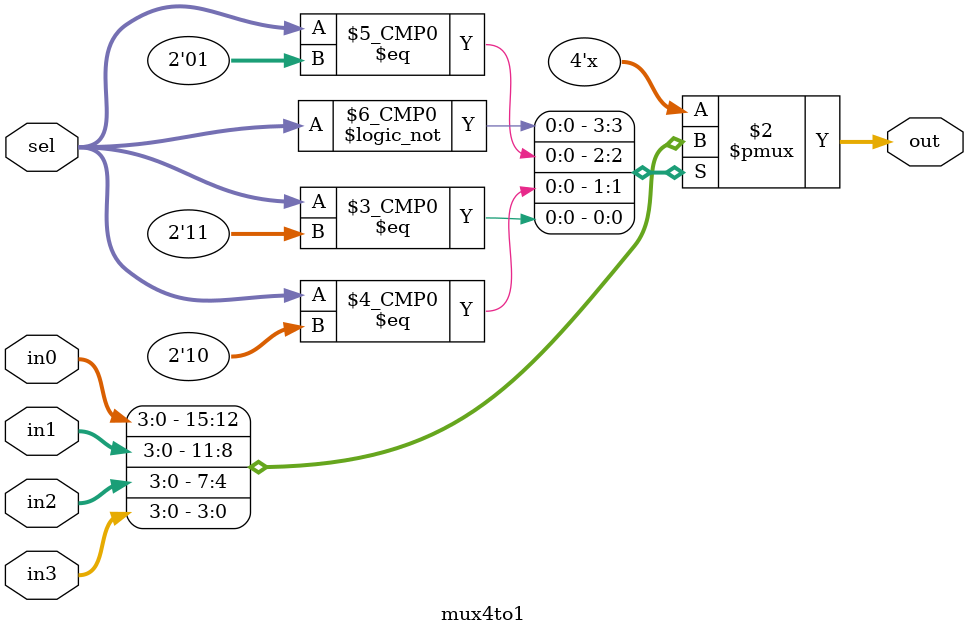
<source format=v>

module mux4to1(
	 input [3:0]in0, 
	 input [3:0]in1, 
	 input [3:0]in2, 
	 input [3:0]in3,
	 input [1:0]sel,
    output reg[3:0]out
);
   always @(sel) begin
      case (sel)  
         2'b00 : out <= in0;  
         2'b01 : out <= in1;  
         2'b10 : out <= in2;  
         2'b11 : out <= in3;  
      endcase  
   end	
endmodule

</source>
